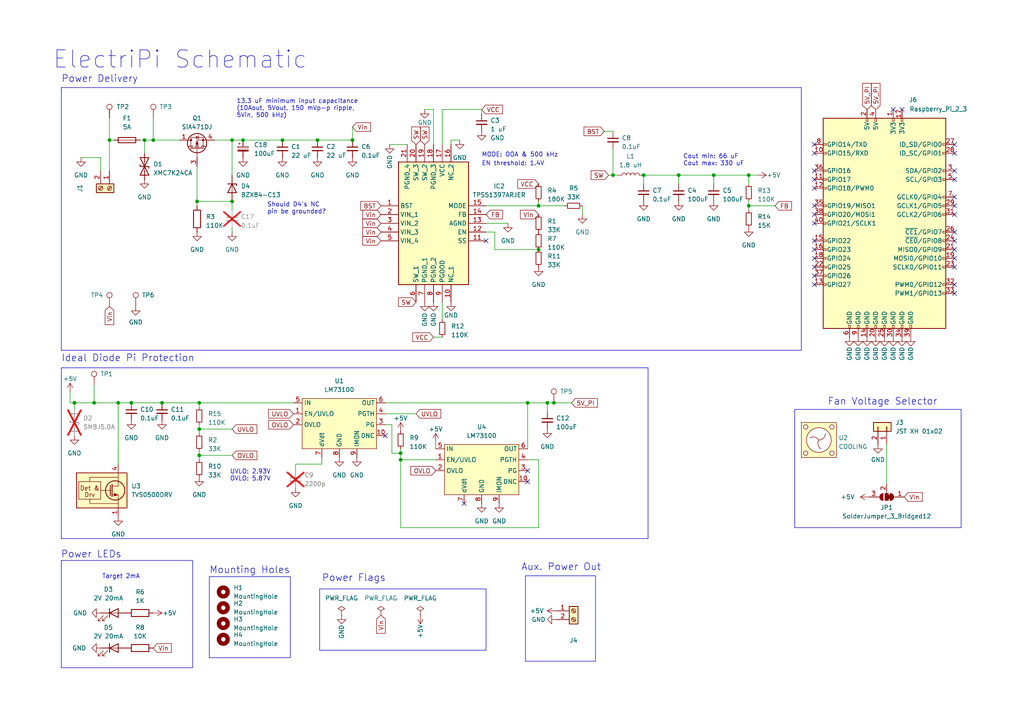
<source format=kicad_sch>
(kicad_sch (version 20230121) (generator eeschema)
  (paper "A4")
  (title_block (title "ElectriPi") (date "2022-07-11") (rev "1.0") (comment 1 "Designed By Sreenivas Eadara") (comment 2 "A Vector 3D Product"))
  (junction (at 67.31 58.42))
  (junction (at 217.17 59.69))
  (junction (at 57.15 58.42))
  (junction (at 27.305 116.84))
  (junction (at 57.785 116.84))
  (junction (at 34.29 116.84))
  (junction (at 217.17 50.8))
  (junction (at 38.1 116.84))
  (junction (at 156.21 59.69))
  (junction (at 41.91 40.64))
  (junction (at 67.31 40.64))
  (junction (at 186.69 50.8))
  (junction (at 46.99 116.84))
  (junction (at 31.75 40.64))
  (junction (at 116.205 133.35))
  (junction (at 92.075 40.64))
  (junction (at 160.655 116.84))
  (junction (at 158.75 116.84))
  (junction (at 70.485 40.64))
  (junction (at 102.235 40.64))
  (junction (at 44.45 40.64))
  (junction (at 81.915 40.64))
  (junction (at 116.205 131.445))
  (junction (at 153.035 116.84))
  (junction (at 21.59 116.84))
  (junction (at 156.21 72.39))
  (junction (at 177.8 50.8))
  (junction (at 196.85 50.8))
  (junction (at 57.785 132.08))
  (junction (at 57.785 124.46))
  (junction (at 207.01 50.8))
  (no_connect (at 259.08 31.75))
  (no_connect (at 276.86 41.91))
  (no_connect (at 276.86 44.45))
  (no_connect (at 111.76 126.365))
  (no_connect (at 134.62 146.05))
  (no_connect (at 153.035 136.525))
  (no_connect (at 236.22 82.55))
  (no_connect (at 236.22 74.93))
  (no_connect (at 236.22 72.39))
  (no_connect (at 236.22 77.47))
  (no_connect (at 236.22 80.01))
  (no_connect (at 236.22 64.77))
  (no_connect (at 236.22 59.69))
  (no_connect (at 236.22 69.85))
  (no_connect (at 236.22 62.23))
  (no_connect (at 236.22 54.61))
  (no_connect (at 276.86 85.09))
  (no_connect (at 276.86 59.69))
  (no_connect (at 276.86 62.23))
  (no_connect (at 276.86 57.15))
  (no_connect (at 276.86 82.55))
  (no_connect (at 276.86 67.31))
  (no_connect (at 236.22 49.53))
  (no_connect (at 236.22 52.07))
  (no_connect (at 153.035 139.7))
  (no_connect (at 276.86 69.85))
  (no_connect (at 276.86 72.39))
  (no_connect (at 276.86 74.93))
  (no_connect (at 276.86 77.47))
  (no_connect (at 236.22 41.91))
  (no_connect (at 236.22 44.45))
  (no_connect (at 261.62 31.75))
  (no_connect (at 276.86 49.53))
  (no_connect (at 276.86 52.07))
  (no_connect (at 140.97 69.85))
  (wire (pts (xy 156.21 58.42) (xy 156.21 59.69)))
  (wire (pts (xy 116.205 131.445) (xy 116.205 133.35)))
  (wire (pts (xy 217.17 53.34) (xy 217.17 50.8)))
  (wire (pts (xy 27.305 116.84) (xy 34.29 116.84)))
  (wire (pts (xy 57.785 132.08) (xy 67.31 132.08)))
  (polyline (pts (xy 60.706 167.259) (xy 84.201 167.259)))
  (wire (pts (xy 125.73 31.75) (xy 125.73 41.91)))
  (wire (pts (xy 158.75 116.84) (xy 160.655 116.84)))
  (wire (pts (xy 67.31 40.64) (xy 70.485 40.64)))
  (polyline (pts (xy 152.4 167.005) (xy 152.4 191.77)))
  (wire (pts (xy 196.85 50.8) (xy 207.01 50.8)))
  (wire (pts (xy 116.205 130.175) (xy 116.205 131.445)))
  (wire (pts (xy 147.32 64.77) (xy 140.97 64.77)))
  (wire (pts (xy 21.59 118.745) (xy 21.59 116.84)))
  (wire (pts (xy 140.97 59.69) (xy 156.21 59.69)))
  (wire (pts (xy 186.69 50.8) (xy 186.69 53.34)))
  (wire (pts (xy 160.655 116.84) (xy 165.735 116.84)))
  (wire (pts (xy 57.785 116.84) (xy 85.09 116.84)))
  (wire (pts (xy 85.725 134.62) (xy 93.345 134.62)))
  (wire (pts (xy 81.915 40.64) (xy 92.075 40.64)))
  (wire (pts (xy 177.8 50.8) (xy 179.07 50.8)))
  (wire (pts (xy 31.75 40.64) (xy 31.75 49.53)))
  (wire (pts (xy 111.76 116.84) (xy 153.035 116.84)))
  (polyline (pts (xy 17.78 25.4) (xy 232.41 25.4)))
  (wire (pts (xy 67.31 40.64) (xy 67.31 50.8)))
  (wire (pts (xy 41.91 40.64) (xy 41.91 44.45)))
  (wire (pts (xy 57.15 58.42) (xy 57.15 48.26)))
  (wire (pts (xy 176.53 50.8) (xy 177.8 50.8)))
  (wire (pts (xy 163.83 59.69) (xy 156.21 59.69)))
  (polyline (pts (xy 55.88 193.675) (xy 55.88 162.56)))
  (wire (pts (xy 57.15 58.42) (xy 57.15 59.69)))
  (polyline (pts (xy 17.78 106.68) (xy 187.96 106.68)))
  (polyline (pts (xy 92.71 170.815) (xy 140.97 170.815)))
  (wire (pts (xy 113.665 123.19) (xy 111.76 123.19)))
  (wire (pts (xy 57.785 124.46) (xy 57.785 125.73)))
  (polyline (pts (xy 17.78 193.675) (xy 55.88 193.675)))
  (polyline (pts (xy 232.41 101.6) (xy 17.78 101.6)))
  (polyline (pts (xy 278.765 153.035) (xy 230.505 153.035)))
  (wire (pts (xy 44.45 34.29) (xy 44.45 40.64)))
  (wire (pts (xy 116.205 133.35) (xy 116.205 153.035)))
  (wire (pts (xy 128.27 31.75) (xy 139.7 31.75)))
  (wire (pts (xy 21.59 116.84) (xy 20.32 116.84)))
  (wire (pts (xy 57.785 124.46) (xy 67.31 124.46)))
  (wire (pts (xy 128.27 31.75) (xy 128.27 41.91)))
  (wire (pts (xy 20.32 113.665) (xy 20.32 116.84)))
  (wire (pts (xy 177.8 43.18) (xy 177.8 50.8)))
  (polyline (pts (xy 278.765 118.745) (xy 278.765 153.035)))
  (polyline (pts (xy 17.78 25.4) (xy 17.78 101.6)))
  (wire (pts (xy 153.035 116.84) (xy 153.035 130.175)))
  (wire (pts (xy 168.91 62.23) (xy 168.91 59.69)))
  (wire (pts (xy 40.64 40.64) (xy 41.91 40.64)))
  (wire (pts (xy 207.01 50.8) (xy 207.01 53.34)))
  (wire (pts (xy 92.075 40.64) (xy 102.235 40.64)))
  (wire (pts (xy 196.85 50.8) (xy 196.85 53.34)))
  (wire (pts (xy 153.035 116.84) (xy 158.75 116.84)))
  (wire (pts (xy 85.725 136.525) (xy 85.725 134.62)))
  (wire (pts (xy 120.65 120.015) (xy 111.76 120.015)))
  (polyline (pts (xy 17.78 162.56) (xy 55.88 162.56)))
  (wire (pts (xy 175.26 38.1) (xy 177.8 38.1)))
  (wire (pts (xy 23.495 45.72) (xy 29.21 45.72)))
  (polyline (pts (xy 187.96 156.21) (xy 17.78 156.21)))
  (wire (pts (xy 186.69 50.8) (xy 196.85 50.8)))
  (wire (pts (xy 57.785 130.81) (xy 57.785 132.08)))
  (wire (pts (xy 57.785 132.08) (xy 57.785 133.35)))
  (polyline (pts (xy 232.41 25.4) (xy 232.41 101.6)))
  (wire (pts (xy 57.15 58.42) (xy 67.31 58.42)))
  (polyline (pts (xy 152.4 167.005) (xy 172.72 167.005)))
  (wire (pts (xy 143.51 72.39) (xy 143.51 67.31)))
  (polyline (pts (xy 17.78 162.56) (xy 17.78 193.675)))
  (wire (pts (xy 125.73 97.79) (xy 128.27 97.79)))
  (polyline (pts (xy 60.706 167.259) (xy 60.706 190.754)))
  (polyline (pts (xy 84.201 167.259) (xy 84.201 190.754)))
  (wire (pts (xy 21.59 116.84) (xy 27.305 116.84)))
  (wire (pts (xy 139.7 31.75) (xy 139.7 33.02)))
  (polyline (pts (xy 187.96 106.68) (xy 187.96 156.21)))
  (wire (pts (xy 128.27 92.71) (xy 128.27 87.63)))
  (wire (pts (xy 113.665 131.445) (xy 113.665 123.19)))
  (polyline (pts (xy 140.97 188.595) (xy 92.71 188.595)))
  (wire (pts (xy 113.665 131.445) (xy 116.205 131.445)))
  (wire (pts (xy 133.35 40.64) (xy 130.81 40.64)))
  (wire (pts (xy 113.03 41.91) (xy 118.11 41.91)))
  (wire (pts (xy 116.205 133.35) (xy 126.365 133.35)))
  (wire (pts (xy 257.175 128.905) (xy 257.175 140.335)))
  (wire (pts (xy 57.785 123.19) (xy 57.785 124.46)))
  (wire (pts (xy 31.75 34.29) (xy 31.75 40.64)))
  (polyline (pts (xy 92.71 170.815) (xy 92.71 188.595)))
  (wire (pts (xy 70.485 40.64) (xy 81.915 40.64)))
  (wire (pts (xy 156.21 133.35) (xy 156.21 153.035)))
  (polyline (pts (xy 172.72 191.77) (xy 152.4 191.77)))
  (wire (pts (xy 217.17 50.8) (xy 219.71 50.8)))
  (wire (pts (xy 217.17 59.69) (xy 217.17 60.96)))
  (wire (pts (xy 125.73 31.75) (xy 123.19 31.75)))
  (wire (pts (xy 207.01 50.8) (xy 217.17 50.8)))
  (wire (pts (xy 34.29 116.84) (xy 34.29 134.62)))
  (wire (pts (xy 116.205 153.035) (xy 156.21 153.035)))
  (polyline (pts (xy 172.72 167.005) (xy 172.72 191.77)))
  (wire (pts (xy 217.17 58.42) (xy 217.17 59.69)))
  (wire (pts (xy 67.31 67.31) (xy 67.31 66.04)))
  (wire (pts (xy 46.99 116.84) (xy 57.785 116.84)))
  (wire (pts (xy 41.91 40.64) (xy 44.45 40.64)))
  (polyline (pts (xy 17.78 106.68) (xy 17.78 156.21)))
  (wire (pts (xy 62.23 40.64) (xy 67.31 40.64)))
  (wire (pts (xy 27.305 111.76) (xy 27.305 116.84)))
  (wire (pts (xy 93.345 134.62) (xy 93.345 132.715)))
  (polyline (pts (xy 84.201 190.754) (xy 60.706 190.754)))
  (wire (pts (xy 158.75 119.38) (xy 158.75 116.84)))
  (wire (pts (xy 126.365 130.175) (xy 126.365 128.27)))
  (wire (pts (xy 57.785 118.11) (xy 57.785 116.84)))
  (wire (pts (xy 34.29 116.84) (xy 38.1 116.84)))
  (wire (pts (xy 44.45 40.64) (xy 52.07 40.64)))
  (wire (pts (xy 143.51 72.39) (xy 156.21 72.39)))
  (polyline (pts (xy 230.505 118.745) (xy 230.505 153.035)))
  (wire (pts (xy 67.31 58.42) (xy 67.31 60.96)))
  (wire (pts (xy 29.21 45.72) (xy 29.21 49.53)))
  (wire (pts (xy 130.81 40.64) (xy 130.81 41.91)))
  (wire (pts (xy 224.79 59.69) (xy 217.17 59.69)))
  (wire (pts (xy 38.1 116.84) (xy 46.99 116.84)))
  (wire (pts (xy 33.02 40.64) (xy 31.75 40.64)))
  (polyline (pts (xy 230.505 118.745) (xy 278.765 118.745)))
  (wire (pts (xy 156.21 133.35) (xy 153.035 133.35)))
  (polyline (pts (xy 140.97 170.815) (xy 140.97 188.595)))
  (wire (pts (xy 143.51 67.31) (xy 140.97 67.31)))
  (wire (pts (xy 102.235 36.83) (xy 102.235 40.64)))
  (text "Ideal Diode Pi Protection" (at 17.78 105.156 0) (effects (font (size 2 2)) (justify left bottom)))
  (text "Mounting Holes" (at 60.706 166.624 0) (effects (font (size 2 2)) (justify left bottom)))
  (text "Target 2mA" (at 29.591 168.021 0) (effects (font (size 1.27 1.27)) (justify left bottom)))
  (text "MODE: OOA & 500 kHz" (at 139.7 45.72 0) (effects (font (size 1.27 1.27)) (justify left bottom)))
  (text "Fan Voltage Selector" (at 240.03 117.729 0) (effects (font (size 2 2)) (justify left bottom)))
  (text "Cout min: 66 uF\nCout max: 330 uF" (at 198.12 48.26 0) (effects (font (size 1.27 1.27)) (justify left bottom)))
  (text "ElectriPi Schematic" (at 15.24 20.32 0) (effects (font (size 5 5)) (justify left bottom)))
  (text "13.3 uF minimum input capacitance\n(10Aout, 5Vout, 150 mVp-p ripple,\n5Vin, 500 kHz)" (at 68.58 34.29 0) (effects (font (size 1.27 1.27)) (justify left bottom)))
  (text "EN threshold: 1.4V" (at 139.7 48.26 0) (effects (font (size 1.27 1.27)) (justify left bottom)))
  (text "Should D4's NC\npin be grounded?" (at 77.47 62.23 0) (effects (font (size 1.27 1.27)) (justify left bottom)))
  (text "Aux. Power Out" (at 151.13 165.735 0) (effects (font (size 2 2)) (justify left bottom)))
  (text "Power Flags" (at 93.345 168.91 0) (effects (font (size 2 2)) (justify left bottom)))
  (text "Power LEDs" (at 17.653 162.052 0) (effects (font (size 2 2)) (justify left bottom)))
  (text "UVLO: 2.93V\nOVLO: 5.87V" (at 66.675 139.7 0) (effects (font (size 1.27 1.27)) (justify left bottom)))
  (text "Power Delivery" (at 17.78 24.13 0) (effects (font (size 2 2)) (justify left bottom)))
  (global_label "Vin" (shape input) (at 110.49 69.85 180) (property "Intersheetrefs" "${INTERSHEET_REFS}" (effects hide)))
  (global_label "OVLO" (shape input) (at 85.09 123.19 180) (property "Intersheetrefs" "${INTERSHEET_REFS}" (effects hide)))
  (global_label "SW" (shape input) (at 176.53 50.8 180) (property "Intersheetrefs" "${INTERSHEET_REFS}" (effects hide)))
  (global_label "VCC" (shape input) (at 139.7 31.75 0) (property "Intersheetrefs" "${INTERSHEET_REFS}" (effects hide)))
  (global_label "Vin" (shape input) (at 110.49 64.77 180) (property "Intersheetrefs" "${INTERSHEET_REFS}" (effects hide)))
  (global_label "UVLO" (shape input) (at 120.65 120.015 0) (property "Intersheetrefs" "${INTERSHEET_REFS}" (effects hide)))
  (global_label "5V_PI" (shape input) (at 251.46 31.75 90) (property "Intersheetrefs" "${INTERSHEET_REFS}" (effects hide)))
  (global_label "5V_PI" (shape input) (at 165.735 116.84 0) (property "Intersheetrefs" "${INTERSHEET_REFS}" (effects hide)))
  (global_label "Vin" (shape input) (at 110.49 178.435 270) (property "Intersheetrefs" "${INTERSHEET_REFS}" (effects hide)))
  (global_label "SW" (shape input) (at 120.65 41.91 90) (property "Intersheetrefs" "${INTERSHEET_REFS}" (effects hide)))
  (global_label "UVLO" (shape input) (at 85.09 120.015 180) (property "Intersheetrefs" "${INTERSHEET_REFS}" (effects hide)))
  (global_label "Vin" (shape input) (at 110.49 67.31 180) (property "Intersheetrefs" "${INTERSHEET_REFS}" (effects hide)))
  (global_label "OVLO" (shape input) (at 126.365 136.525 180) (property "Intersheetrefs" "${INTERSHEET_REFS}" (effects hide)))
  (global_label "5V_PI" (shape input) (at 254 31.75 90) (property "Intersheetrefs" "${INTERSHEET_REFS}" (effects hide)))
  (global_label "VCC" (shape input) (at 125.73 97.79 180) (property "Intersheetrefs" "${INTERSHEET_REFS}" (effects hide)))
  (global_label "UVLO" (shape input) (at 67.31 124.46 0) (property "Intersheetrefs" "${INTERSHEET_REFS}" (effects hide)))
  (global_label "Vin" (shape input) (at 262.255 144.145 0) (property "Intersheetrefs" "${INTERSHEET_REFS}" (effects hide)))
  (global_label "FB" (shape input) (at 224.79 59.69 0) (property "Intersheetrefs" "${INTERSHEET_REFS}" (effects hide)))
  (global_label "VCC" (shape input) (at 156.21 53.34 180) (property "Intersheetrefs" "${INTERSHEET_REFS}" (effects hide)))
  (global_label "Vin" (shape input) (at 156.21 62.23 180) (property "Intersheetrefs" "${INTERSHEET_REFS}" (effects hide)))
  (global_label "SW" (shape input) (at 123.19 41.91 90) (property "Intersheetrefs" "${INTERSHEET_REFS}" (effects hide)))
  (global_label "Vin" (shape input) (at 110.49 62.23 180) (property "Intersheetrefs" "${INTERSHEET_REFS}" (effects hide)))
  (global_label "BST" (shape input) (at 110.49 59.69 180) (property "Intersheetrefs" "${INTERSHEET_REFS}" (effects hide)))
  (global_label "Vin" (shape input) (at 31.75 88.9 270) (property "Intersheetrefs" "${INTERSHEET_REFS}" (effects hide)))
  (global_label "OVLO" (shape input) (at 67.31 132.08 0) (property "Intersheetrefs" "${INTERSHEET_REFS}" (effects hide)))
  (global_label "BST" (shape input) (at 175.26 38.1 180) (property "Intersheetrefs" "${INTERSHEET_REFS}" (effects hide)))
  (global_label "SW" (shape input) (at 120.65 87.63 180) (property "Intersheetrefs" "${INTERSHEET_REFS}" (effects hide)))
  (global_label "Vin" (shape input) (at 102.235 36.83 0) (property "Intersheetrefs" "${INTERSHEET_REFS}" (effects hide)))
  (global_label "Vin" (shape input) (at 44.45 187.96 0) (property "Intersheetrefs" "${INTERSHEET_REFS}" (effects hide)))
  (global_label "FB" (shape input) (at 140.97 62.23 0) (property "Intersheetrefs" "${INTERSHEET_REFS}" (effects hide)))
  (symbol (lib_id "Connector:TestPoint") (at 44.45 34.29 0) (unit 1) (in_bom no)
    (property "Reference" "TP3" (at 46.228 30.9879 0) (effects (justify left)))
    (property "Value" "TestPoint" (effects hide))
    (property "Footprint" "TestPoint:TestPoint_Pad_D1.5mm" (effects hide))
  )
  (symbol (lib_id "power:GND") (at 217.17 66.04 0) (unit 1)
    (property "Reference" "#PWR035" (effects hide))
    (property "Value" "GND" (at 217.17 71.12 0))
  )
  (symbol (lib_id "Device:C_Small") (at 102.235 43.18 0) (unit 1)
    (property "Reference" "C6" (at 104.775 42.5513 0) (effects (justify left)))
    (property "Value" "0.1uF" (at 104.775 45.0913 0) (effects (justify left)))
    (property "Footprint" "Capacitor_SMD:C_0402_1005Metric" (effects hide))
    (property "Mouser" "81-GRM155R62A104KE4J" (effects hide))
    (property "LCSC" "C2193622" (effects hide))
    (property "DigiKey" "490-GRM155R62A104KE14JTR-ND" (effects hide))
  )
  (symbol (lib_id "power:GND") (at 103.505 132.715 0) (unit 1)
    (property "Reference" "#PWR09" (effects hide))
    (property "Value" "GND" (at 103.505 137.795 0))
  )
  (symbol (lib_id "power:GND") (at 254 97.79 0) (unit 1)
    (property "Reference" "#PWR022" (effects hide))
    (property "Value" "GND" (at 254 102.616 90))
  )
  (symbol (lib_id "power:GND") (at 81.915 45.72 0) (unit 1)
    (property "Reference" "#PWR030" (effects hide))
    (property "Value" "GND" (at 81.915 50.8 0))
  )
  (symbol (lib_id "Device:LED") (at 33.02 177.8 0) (unit 1)
    (property "Reference" "D3" (at 31.4325 170.942 0))
    (property "Value" "2V 20mA" (at 31.4325 173.482 0))
    (property "Footprint" "LED_SMD:LED_0603_1608Metric" (effects hide))
    (property "LCSC" "C72038" (effects hide))
    (property "DigiKey" "475-LOQ976-PS-25-0-20-R18TR-ND" (effects hide))
    (property "Mouser" "720-LOQ976-PS-25" (effects hide))
  )
  (symbol (lib_id "Mechanical:MountingHole") (at 64.77 185.42 0) (unit 1) (in_bom no)
    (property "Reference" "H4" (at 67.691 184.1499 0) (effects (justify left)))
    (property "Value" "MountingHole" (at 67.691 186.6899 0) (effects (justify left)))
    (property "Footprint" "MountingHole:MountingHole_2.7mm_M2.5_DIN965_Pad" (effects hide))
  )
  (symbol (lib_name "TPS51397ARJER_1") (lib_id "TPS51397ARJER:TPS51397ARJER") (at 110.49 59.69 0) (unit 1)
    (property "Reference" "IC2" (at 144.78 54.0003 0))
    (property "Value" "TPS51397ARJER" (at 144.78 56.5403 0))
    (property "Footprint" "Package_DFN_QFN:QFN-20-1EP_3x3mm_P0.45mm_EP1.6x1.6mm_ThermalVias" (effects hide))
    (property "Datasheet" "https://www.ti.com/lit/gpn/tps51397a?HQS=ti-null-null-sf-df-pf-sep-wwe&DCM=yes" (effects hide))
    (property "LCSC" "C1518754" (effects hide))
    (property "DigiKey" "296-TPS51397ARJERTR-ND" (effects hide))
    (property "Mouser" "595-TPS51397ARJER" (effects hide))
  )
  (symbol (lib_id "power:GND") (at 41.91 52.07 0) (unit 1)
    (property "Reference" "#PWR018" (effects hide))
    (property "Value" "GND" (at 41.91 57.15 0))
  )
  (symbol (lib_id "power:GND") (at 113.03 41.91 0) (unit 1)
    (property "Reference" "#PWR012" (effects hide))
    (property "Value" "GND" (at 113.03 46.99 90))
  )
  (symbol (lib_id "Diode:BZX84Cxx") (at 67.31 54.61 270) (unit 1)
    (property "Reference" "D4" (at 69.85 53.975 90) (effects (justify left)))
    (property "Value" "BZX84-C13" (at 69.85 56.515 90) (effects (justify left)))
    (property "Footprint" "Package_TO_SOT_SMD:SOT-23" (effects hide))
    (property "Datasheet" "https://www.mouser.com/datasheet/2/916/BZX84_SER-1360291.pdf" (effects hide))
    (property "Mouser" "771-BZX84-C13-T/R" (effects hide))
    (property "LCSC" "C87090" (effects hide))
    (property "DigiKey" "BZX84C13-FDITR-ND" (effects hide))
  )
  (symbol (lib_id "Device:C_Small") (at 85.725 139.065 0) (unit 1) (in_bom no) (dnp yes)
    (property "Reference" "C9" (at 88.265 137.8013 0) (effects (justify left)))
    (property "Value" "2200p" (at 88.265 140.3413 0) (effects (justify left)))
    (property "Footprint" "Capacitor_SMD:C_0402_1005Metric" (effects hide))
    (property "DigiKey" "490-GCM155R71H222KA37JTR-ND" (effects hide))
    (property "Mouser" "81-GCM155R71H222K37D" (effects hide))
    (property "LCSC" "C126534" (effects hide))
  )
  (symbol (lib_id "Connector_Generic:Conn_01x02") (at 257.175 123.825 270) (mirror x) (unit 1) (in_bom no)
    (property "Reference" "J3" (at 259.715 122.5549 90) (effects (justify left)))
    (property "Value" "JST XH 01x02" (at 259.715 125.0949 90) (effects (justify left)))
    (property "Footprint" "Connector_JST:JST_XH_B2B-XH-A_1x02_P2.50mm_Vertical" (effects hide))
    (property "LCSC" "C24193" (effects hide))
    (property "DigiKey" "455-B2B-XH-A-ND" (effects hide))
  )
  (symbol (lib_id "power:GND") (at 246.38 97.79 0) (unit 1)
    (property "Reference" "#PWR019" (effects hide))
    (property "Value" "GND" (at 246.38 102.616 90))
  )
  (symbol (lib_id "Device:C_Small") (at 186.69 55.88 0) (unit 1)
    (property "Reference" "C7" (at 189.23 55.2513 0) (effects (justify left)))
    (property "Value" "0.1uF" (at 189.23 57.7913 0) (effects (justify left)))
    (property "Footprint" "Capacitor_SMD:C_0402_1005Metric" (effects hide))
    (property "Mouser" "81-GRM155R62A104KE4J" (effects hide))
    (property "LCSC" "C2193622" (effects hide))
    (property "DigiKey" "490-GRM155R62A104KE14JTR-ND" (effects hide))
  )
  (symbol (lib_id "LM7310:LM73100") (at 139.7 133.35 0) (unit 1)
    (property "Reference" "U4" (at 139.7 123.825 0))
    (property "Value" "LM73100" (at 139.7 126.365 0))
    (property "Footprint" "RPW0010A:Texas_VQFN-HR-10_2x2mm_P0.475mm" (effects hide))
    (property "Datasheet" "https://www.ti.com/lit/ds/symlink/lm7310.pdf" (effects hide))
    (property "DigiKey" "296-LM73100RPWRTR-ND" (effects hide))
    (property "Mouser" "595-LM73100RPWR" (effects hide))
    (property "LCSC" "C3210761" (effects hide))
  )
  (symbol (lib_id "power:GND") (at 70.485 45.72 0) (unit 1)
    (property "Reference" "#PWR055" (effects hide))
    (property "Value" "GND" (at 70.485 50.8 0))
  )
  (symbol (lib_id "power:PWR_FLAG") (at 121.92 178.435 0) (unit 1)
    (property "Reference" "#FLG03" (effects hide))
    (property "Value" "PWR_FLAG" (at 121.92 173.482 0))
  )
  (symbol (lib_id "Device:C_Small") (at 196.85 55.88 0) (unit 1)
    (property "Reference" "C4" (at 199.39 55.2513 0) (effects (justify left)))
    (property "Value" "100uF" (at 199.39 57.7913 0) (effects (justify left)))
    (property "Footprint" "Capacitor_SMD:C_1206_3216Metric" (effects hide))
    (property "Mouser" "81-GRM31CR61A107MA8L" (effects hide))
    (property "LCSC" "C312983" (effects hide))
    (property "DigiKey" "490-GRM31CR61A107MEA8KTR-ND" (effects hide))
  )
  (symbol (lib_id "power:+5V") (at 161.29 177.165 90) (unit 1)
    (property "Reference" "#PWR043" (effects hide))
    (property "Value" "+5V" (at 155.702 177.165 90))
  )
  (symbol (lib_id "power:+5V") (at 219.71 50.8 270) (unit 1)
    (property "Reference" "#PWR053" (effects hide))
    (property "Value" "+5V" (at 226.441 50.8 90) (effects (justify right)))
  )
  (symbol (lib_id "Device:R_Small") (at 57.785 128.27 0) (unit 1)
    (property "Reference" "R2" (at 60.325 127.635 0) (effects (justify left)))
    (property "Value" "33K" (at 60.325 130.175 0) (effects (justify left)))
    (property "Footprint" "Resistor_SMD:R_0402_1005Metric" (effects hide))
    (property "LCSC" "C323721" (effects hide))
    (property "DigiKey" "CR0402-FX-3302GLFTR-ND" (effects hide))
    (property "Mouser" "652-CR0402FX-3302GLF" (effects hide))
  )
  (symbol (lib_id "Device:R_Small") (at 156.21 74.93 0) (unit 1)
    (property "Reference" "R11" (at 158.75 74.295 0) (effects (justify left)))
    (property "Value" "33K" (at 158.75 76.835 0) (effects (justify left)))
    (property "Footprint" "Resistor_SMD:R_0402_1005Metric" (effects hide))
    (property "LCSC" "C323721" (effects hide))
    (property "DigiKey" "CR0402-FX-3302GLFTR-ND" (effects hide))
    (property "Mouser" "652-CR0402FX-3302GLF" (effects hide))
  )
  (symbol (lib_id "Device:C_Small") (at 92.075 43.18 0) (unit 1)
    (property "Reference" "C2" (at 94.615 42.5513 0) (effects (justify left)))
    (property "Value" "22 uF" (at 94.615 45.0913 0) (effects (justify left)))
    (property "Footprint" "Capacitor_SMD:C_0805_2012Metric" (effects hide))
    (property "Mouser" "810-C2012X5R1V226MAC" (effects hide))
    (property "LCSC" "C2179409" (effects hide))
    (property "DigiKey" "445-14428-2-ND" (effects hide))
  )
  (symbol (lib_id "Device:C_Small") (at 139.7 35.56 0) (unit 1)
    (property "Reference" "C3" (at 142.24 34.9313 0) (effects (justify left)))
    (property "Value" "1 uF" (at 142.24 37.4713 0) (effects (justify left)))
    (property "Footprint" "Capacitor_SMD:C_0603_1608Metric" (effects hide))
    (property "LCSC" "C15849" (effects hide))
    (property "DigiKey" "1276-1860-2-ND" (effects hide))
    (property "Mouser" "187-CL10A105KB8NNNC" (effects hide))
  )
  (symbol (lib_id "Device:C_Polarized_Small") (at 70.485 43.18 0) (unit 1)
    (property "Reference" "C18" (at 73.66 41.9989 0) (effects (justify left)))
    (property "Value" "100uF" (at 73.66 44.5389 0) (effects (justify left)))
    (property "Footprint" "Capacitor_SMD:CP_Elec_8x10" (effects hide))
    (property "Mouser" "80-EEV107M050S9MAA" (effects hide))
    (property "LCSC" "C2165366" (effects hide))
    (property "DigiKey" "399-EEV107M050S9MAATR-ND" (effects hide))
  )
  (symbol (lib_id "Device:C_Small") (at 38.1 119.38 0) (unit 1)
    (property "Reference" "C10" (at 40.64 118.7513 0) (effects (justify left)))
    (property "Value" "0.1uF" (at 40.64 121.2913 0) (effects (justify left)))
    (property "Footprint" "Capacitor_SMD:C_0402_1005Metric" (effects hide))
    (property "Mouser" "81-GRM155R62A104KE4J" (effects hide))
    (property "LCSC" "C2193622" (effects hide))
    (property "DigiKey" "490-GRM155R62A104KE14JTR-ND" (effects hide))
  )
  (symbol (lib_id "Connector:TestPoint") (at 27.305 111.76 0) (unit 1) (in_bom no)
    (property "Reference" "TP1" (at 29.083 108.4579 0) (effects (justify left)))
    (property "Value" "TestPoint" (effects hide))
    (property "Footprint" "TestPoint:TestPoint_Pad_D1.5mm" (effects hide))
  )
  (symbol (lib_id "power:GND") (at 158.75 124.46 0) (unit 1)
    (property "Reference" "#PWR08" (effects hide))
    (property "Value" "GND" (at 158.75 129.54 0))
  )
  (symbol (lib_id "Connector:Screw_Terminal_01x02") (at 31.75 54.61 270) (unit 1) (in_bom no)
    (property "Reference" "J1" (at 23.1648 54.61 0))
    (property "Value" "282837-2" (effects hide))
    (property "Footprint" "TerminalBlock:TerminalBlock_bornier-2_P5.08mm" (effects hide))
    (property "LCSC" "C592976" (effects hide))
    (property "DigiKey" "A113320-ND" (effects hide))
    (property "Mouser" "571-2828372" (effects hide))
  )
  (symbol (lib_id "power:GND") (at 256.54 97.79 0) (unit 1)
    (property "Reference" "#PWR023" (effects hide))
    (property "Value" "GND" (at 256.54 102.616 90))
  )
  (symbol (lib_id "power:GND") (at 39.37 88.9 0) (unit 1)
    (property "Reference" "#PWR010" (effects hide))
    (property "Value" "GND" (at 39.37 93.472 0))
  )
  (symbol (lib_id "Device:C_Small") (at 67.31 63.5 0) (unit 1) (in_bom no) (dnp yes)
    (property "Reference" "C17" (at 69.85 62.8713 0) (effects (justify left)))
    (property "Value" "0.1uF" (at 69.85 65.4113 0) (effects (justify left)))
    (property "Footprint" "Capacitor_SMD:C_0402_1005Metric" (effects hide))
    (property "Mouser" "81-GRM155R62A104KE4J" (effects hide))
    (property "LCSC" "C2193622" (effects hide))
    (property "DigiKey" "490-GRM155R62A104KE14JTR-ND" (effects hide))
  )
  (symbol (lib_id "power:GND") (at 125.73 87.63 0) (unit 1)
    (property "Reference" "#PWR03" (effects hide))
    (property "Value" "GND" (at 125.73 92.71 90))
  )
  (symbol (lib_id "Device:R") (at 40.64 187.96 90) (unit 1)
    (property "Reference" "R8" (at 40.64 181.991 90))
    (property "Value" "10K" (at 40.64 184.531 90))
    (property "Footprint" "Resistor_SMD:R_0402_1005Metric" (effects hide))
    (property "LCSC" "C270371" (effects hide))
    (property "DigiKey" "CR0402-FX-1002GLFTR-ND" (effects hide))
    (property "Mouser" "652-CR0402FX-1002GLF" (effects hide))
  )
  (symbol (lib_id "power:GND") (at 46.99 121.92 0) (unit 1)
    (property "Reference" "#PWR05" (effects hide))
    (property "Value" "GND" (at 46.99 127 0))
  )
  (symbol (lib_id "Connector:TestPoint") (at 160.655 116.84 0) (unit 1) (in_bom no)
    (property "Reference" "TP5" (at 162.433 113.5379 0) (effects (justify left)))
    (property "Value" "TestPoint" (effects hide))
    (property "Footprint" "TestPoint:TestPoint_Pad_D1.5mm" (effects hide))
  )
  (symbol (lib_id "Connector:TestPoint") (at 39.37 88.9 0) (unit 1) (in_bom no)
    (property "Reference" "TP6" (at 41.148 85.598 0) (effects (justify left)))
    (property "Value" "TestPoint" (effects hide))
    (property "Footprint" "TestPoint:TestPoint_Pad_D1.5mm" (effects hide))
  )
  (symbol (lib_id "power:GND") (at 161.29 179.705 270) (unit 1)
    (property "Reference" "#PWR044" (effects hide))
    (property "Value" "GND" (at 156.21 179.705 90))
  )
  (symbol (lib_id "power:GND") (at 98.425 132.715 0) (unit 1)
    (property "Reference" "#PWR014" (effects hide))
    (property "Value" "GND" (at 98.425 137.795 0))
  )
  (symbol (lib_id "Device:R_Small") (at 57.785 120.65 0) (unit 1)
    (property "Reference" "R15" (at 60.325 120.015 0) (effects (justify left)))
    (property "Value" "110K" (at 60.325 122.555 0) (effects (justify left)))
    (property "Footprint" "Resistor_SMD:R_0402_1005Metric" (effects hide))
    (property "LCSC" "C413107" (effects hide))
    (property "DigiKey" "CR0402-FX-1103GLFTR-ND" (effects hide))
    (property "Mouser" "652-CR0402FX-1103GLF" (effects hide))
  )
  (symbol (lib_id "Mechanical:MountingHole") (at 64.77 180.848 0) (unit 1) (in_bom no)
    (property "Reference" "H3" (at 67.691 179.5779 0) (effects (justify left)))
    (property "Value" "MountingHole" (at 67.691 182.1179 0) (effects (justify left)))
    (property "Footprint" "MountingHole:MountingHole_2.7mm_M2.5_DIN965_Pad" (effects hide))
  )
  (symbol (lib_id "power:+5V") (at 252.095 144.145 90) (unit 1)
    (property "Reference" "#PWR06" (effects hide))
    (property "Value" "+5V" (at 247.904 144.1451 90) (effects (justify left)))
  )
  (symbol (lib_id "power:GND") (at 259.08 97.79 0) (unit 1)
    (property "Reference" "#PWR025" (effects hide))
    (property "Value" "GND" (at 259.08 102.616 90))
  )
  (symbol (lib_id "Device:R") (at 57.15 63.5 180) (unit 1)
    (property "Reference" "R3" (at 59.69 62.865 0) (effects (justify right)))
    (property "Value" "110K" (at 59.69 65.405 0) (effects (justify right)))
    (property "Footprint" "Resistor_SMD:R_0402_1005Metric" (effects hide))
    (property "LCSC" "C413107" (effects hide))
    (property "DigiKey" "CR0402-FX-1103GLFTR-ND" (effects hide))
    (property "Mouser" "652-CR0402FX-1103GLF" (effects hide))
  )
  (symbol (lib_id "Device:R_Small") (at 156.21 64.77 180) (unit 1)
    (property "Reference" "R1" (at 158.75 64.135 0) (effects (justify right)))
    (property "Value" "33K" (at 158.75 66.675 0) (effects (justify right)))
    (property "Footprint" "Resistor_SMD:R_0402_1005Metric" (effects hide))
    (property "LCSC" "C323721" (effects hide))
    (property "DigiKey" "CR0402-FX-3302GLFTR-ND" (effects hide))
    (property "Mouser" "652-CR0402FX-3302GLF" (effects hide))
  )
  (symbol (lib_id "power:GND") (at 99.06 178.435 0) (unit 1)
    (property "Reference" "#PWR048" (effects hide))
    (property "Value" "GND" (at 99.06 183.261 90))
  )
  (symbol (lib_id "Mechanical:MountingHole") (at 64.77 176.276 0) (unit 1) (in_bom no)
    (property "Reference" "H2" (at 67.691 175.0059 0) (effects (justify left)))
    (property "Value" "MountingHole" (at 67.691 177.5459 0) (effects (justify left)))
    (property "Footprint" "MountingHole:MountingHole_2.7mm_M2.5_DIN965_Pad" (effects hide))
  )
  (symbol (lib_id "Device:R_Small") (at 156.21 55.88 0) (unit 1)
    (property "Reference" "R4" (at 158.75 55.245 0) (effects (justify left)))
    (property "Value" "180K" (at 158.75 57.785 0) (effects (justify left)))
    (property "Footprint" "Resistor_SMD:R_0402_1005Metric" (effects hide))
    (property "LCSC" "C413110" (effects hide))
    (property "DigiKey" "CR0402-FX-1803GLFTR-ND" (effects hide))
    (property "Mouser" "652-CR0402FX-1803GLF" (effects hide))
  )
  (symbol (lib_id "Device:R_Small") (at 217.17 63.5 0) (unit 1)
    (property "Reference" "R14" (at 219.71 62.865 0) (effects (justify left)))
    (property "Value" "15K" (at 219.71 65.405 0) (effects (justify left)))
    (property "Footprint" "Resistor_SMD:R_0402_1005Metric" (effects hide))
    (property "LCSC" "C319837" (effects hide))
    (property "DigiKey" "CR0402-FX-1502GLFTR-ND" (effects hide))
    (property "Mouser" "652-CR0402FX-1502GLF" (effects hide))
  )
  (symbol (lib_id "power:GND") (at 34.29 149.86 0) (unit 1)
    (property "Reference" "#PWR039" (effects hide))
    (property "Value" "GND" (at 34.29 154.94 0))
  )
  (symbol (lib_id "power:+5V") (at 116.205 125.095 0) (unit 1)
    (property "Reference" "#PWR041" (effects hide))
    (property "Value" "+5V" (at 116.205 121.285 0))
  )
  (symbol (lib_id "power:GND") (at 139.7 146.05 0) (unit 1)
    (property "Reference" "#PWR013" (effects hide))
    (property "Value" "GND" (at 139.7 151.13 0))
  )
  (symbol (lib_id "power:GND") (at 29.21 177.8 270) (unit 1)
    (property "Reference" "#PWR046" (effects hide))
    (property "Value" "GND" (at 25.273 177.7999 90) (effects (justify right)))
  )
  (symbol (lib_id "Device:R_Small") (at 156.21 69.85 0) (unit 1)
    (property "Reference" "R7" (at 158.75 69.215 0) (effects (justify left)))
    (property "Value" "110K" (at 158.75 71.755 0) (effects (justify left)))
    (property "Footprint" "Resistor_SMD:R_0402_1005Metric" (effects hide))
    (property "LCSC" "C413107" (effects hide))
    (property "DigiKey" "CR0402-FX-1103GLFTR-ND" (effects hide))
    (property "Mouser" "652-CR0402FX-1103GLF" (effects hide))
  )
  (symbol (lib_id "power:+5V") (at 44.45 177.8 270) (unit 1)
    (property "Reference" "#PWR036" (effects hide))
    (property "Value" "+5V" (at 51.181 177.8 90) (effects (justify right)))
  )
  (symbol (lib_id "power:PWR_FLAG") (at 99.06 178.435 0) (unit 1)
    (property "Reference" "#FLG01" (effects hide))
    (property "Value" "PWR_FLAG" (at 99.06 173.482 0))
  )
  (symbol (lib_id "power:GND") (at 144.78 146.05 0) (unit 1)
    (property "Reference" "#PWR038" (effects hide))
    (property "Value" "GND" (at 144.78 151.13 0))
  )
  (symbol (lib_id "power:GND") (at 21.59 126.365 0) (unit 1)
    (property "Reference" "#PWR042" (effects hide))
    (property "Value" "GND" (at 21.59 131.445 0))
  )
  (symbol (lib_id "power:GND") (at 38.1 121.92 0) (unit 1)
    (property "Reference" "#PWR040" (effects hide))
    (property "Value" "GND" (at 38.1 127 0))
  )
  (symbol (lib_id "power:PWR_FLAG") (at 110.49 178.435 0) (unit 1)
    (property "Reference" "#FLG02" (effects hide))
    (property "Value" "PWR_FLAG" (at 110.49 173.482 0))
  )
  (symbol (lib_id "power:GND") (at 23.495 45.72 0) (unit 1)
    (property "Reference" "#PWR01" (effects hide))
    (property "Value" "GND" (at 23.495 50.8 0))
  )
  (symbol (lib_id "Transistor_FET:SiA449DJ") (at 57.15 43.18 90) (unit 1)
    (property "Reference" "Q1" (at 57.15 34.29 90))
    (property "Value" "SiA471DJ" (at 57.15 36.83 90))
    (property "Footprint" "Package_TO_SOT_SMD:Vishay_PowerPAK_SC70-6L_Single" (effects hide))
    (property "Datasheet" "http://www.vishay.com/docs/62644/sia449dj.pdf" (effects hide))
    (property "Mouser" "78-SIA471DJ-T1-GE3" (effects hide))
    (property "LCSC" "C5918946" (effects hide))
    (property "DigiKey" "SIA471DJ-T1-GE3TR-ND" (effects hide))
  )
  (symbol (lib_id "power:GND") (at 85.725 141.605 0) (unit 1)
    (property "Reference" "#PWR047" (effects hide))
    (property "Value" "GND" (at 85.725 146.685 0))
  )
  (symbol (lib_id "Device:R") (at 40.64 177.8 90) (unit 1)
    (property "Reference" "R6" (at 40.64 171.704 90))
    (property "Value" "1K" (at 40.64 174.244 90))
    (property "Footprint" "Resistor_SMD:R_0402_1005Metric" (effects hide))
    (property "LCSC" "C409028" (effects hide))
    (property "DigiKey" "311-1.00KLRTR-ND" (effects hide))
    (property "Mouser" "603-RC0402FR-071KL" (effects hide))
  )
  (symbol (lib_id "Device:R_Small") (at 166.37 59.69 90) (unit 1)
    (property "Reference" "R5" (at 166.37 54.61 90))
    (property "Value" "33K" (at 166.37 57.15 90))
    (property "Footprint" "Resistor_SMD:R_0402_1005Metric" (effects hide))
    (property "LCSC" "C323721" (effects hide))
    (property "DigiKey" "CR0402-FX-3302GLFTR-ND" (effects hide))
    (property "Mouser" "652-CR0402FX-3302GLF" (effects hide))
  )
  (symbol (lib_id "Connector:Screw_Terminal_01x02") (at 166.37 177.165 0) (unit 1) (in_bom no)
    (property "Reference" "J4" (at 166.37 185.7502 0))
    (property "Value" "282837-2" (effects hide))
    (property "Footprint" "TerminalBlock:TerminalBlock_bornier-2_P5.08mm" (effects hide))
    (property "LCSC" "C592976" (effects hide))
    (property "DigiKey" "A113320-ND" (effects hide))
    (property "Mouser" "571-2828372" (effects hide))
  )
  (symbol (lib_id "power:GND") (at 168.91 62.23 0) (unit 1)
    (property "Reference" "#PWR031" (effects hide))
    (property "Value" "GND" (at 168.91 67.31 0))
  )
  (symbol (lib_id "Device:R_Small") (at 57.785 135.89 0) (unit 1)
    (property "Reference" "R10" (at 60.325 135.255 0) (effects (justify left)))
    (property "Value" "33K" (at 60.325 137.795 0) (effects (justify left)))
    (property "Footprint" "Resistor_SMD:R_0402_1005Metric" (effects hide))
    (property "LCSC" "C323721" (effects hide))
    (property "DigiKey" "CR0402-FX-3302GLFTR-ND" (effects hide))
    (property "Mouser" "652-CR0402FX-3302GLF" (effects hide))
  )
  (symbol (lib_id "Device:C_Small") (at 46.99 119.38 0) (unit 1)
    (property "Reference" "C11" (at 49.53 118.7513 0) (effects (justify left)))
    (property "Value" "0.1uF" (at 49.53 121.2913 0) (effects (justify left)))
    (property "Footprint" "Capacitor_SMD:C_0402_1005Metric" (effects hide))
    (property "Mouser" "81-GRM155R62A104KE4J" (effects hide))
    (property "LCSC" "C2193622" (effects hide))
    (property "DigiKey" "490-GRM155R62A104KE14JTR-ND" (effects hide))
  )
  (symbol (lib_id "power:GND") (at 123.19 31.75 0) (unit 1)
    (property "Reference" "#PWR015" (effects hide))
    (property "Value" "GND" (at 123.19 35.56 0))
  )
  (symbol (lib_id "Device:R_Small") (at 217.17 55.88 0) (unit 1)
    (property "Reference" "R13" (at 219.71 55.245 0) (effects (justify left)))
    (property "Value" "110K" (at 219.71 57.785 0) (effects (justify left)))
    (property "Footprint" "Resistor_SMD:R_0402_1005Metric" (effects hide))
    (property "LCSC" "C413107" (effects hide))
    (property "DigiKey" "CR0402-FX-1103GLFTR-ND" (effects hide))
    (property "Mouser" "652-CR0402FX-1103GLF" (effects hide))
  )
  (symbol (lib_id "power:+5V") (at 126.365 128.27 0) (unit 1)
    (property "Reference" "#PWR045" (effects hide))
    (property "Value" "+5V" (at 126.365 124.46 0))
  )
  (symbol (lib_id "Device:Fuse") (at 36.83 40.64 90) (unit 1) (in_bom no)
    (property "Reference" "F1" (at 36.83 34.29 90))
    (property "Value" "5A" (at 36.83 36.83 90))
    (property "Footprint" "Fuse:Fuseholder_Blade_Mini_Keystone_3557" (effects hide))
    (property "LCSC" "C352820" (effects hide))
    (property "DigiKey" "36-3557-2-ND" (effects hide))
    (property "Mouser" "534-3557-2" (effects hide))
  )
  (symbol (lib_id "power:GND") (at 139.7 38.1 0) (unit 1)
    (property "Reference" "#PWR024" (effects hide))
    (property "Value" "GND" (at 142.24 40.005 0) (effects (justify left)))
  )
  (symbol (lib_id "power:GND") (at 67.31 67.31 0) (unit 1)
    (property "Reference" "#PWR011" (effects hide))
    (property "Value" "GND" (at 67.31 72.39 0))
  )
  (symbol (lib_id "Jumper:SolderJumper_3_Bridged12") (at 257.175 144.145 180) (unit 1) (in_bom no)
    (property "Reference" "JP1" (at 257.175 147.193 0))
    (property "Value" "SolderJumper_3_Bridged12" (at 257.175 149.733 0))
    (property "Footprint" "Jumper:SolderJumper-3_P1.3mm_Bridged2Bar12_RoundedPad1.0x1.5mm" (effects hide))
  )
  (symbol (lib_id "Device:D_TVS") (at 21.59 122.555 90) (unit 1) (in_bom no) (dnp yes)
    (property "Reference" "D2" (at 24.13 121.285 90) (effects (justify right)))
    (property "Value" "SMBJ5.0A" (at 24.13 123.825 90) (effects (justify right)))
    (property "Footprint" "Diode_SMD:D_SMB" (effects hide))
    (property "Datasheet" "https://www.mouser.com/datasheet/2/240/media-3319099.pdf" (effects hide))
    (property "DigiKey" "SMBJ5.0ALFTR-ND" (effects hide))
    (property "Mouser" "576-SMBJ5.0A" (effects hide))
    (property "LCSC" "C83333" (effects hide))
  )
  (symbol (lib_id "power:GND") (at 248.92 97.79 0) (unit 1)
    (property "Reference" "#PWR020" (effects hide))
    (property "Value" "GND" (at 248.92 102.616 90))
  )
  (symbol (lib_id "Device:LED") (at 33.02 187.96 0) (unit 1)
    (property "Reference" "D5" (at 31.4325 181.991 0))
    (property "Value" "2V 20mA" (at 31.4325 184.531 0))
    (property "Footprint" "LED_SMD:LED_0603_1608Metric" (effects hide))
    (property "LCSC" "C72038" (effects hide))
    (property "DigiKey" "475-LOQ976-PS-25-0-20-R18TR-ND" (effects hide))
    (property "Mouser" "720-LOQ976-PS-25" (effects hide))
  )
  (symbol (lib_id "power:GND") (at 254.635 128.905 0) (unit 1)
    (property "Reference" "#PWR07" (effects hide))
    (property "Value" "GND" (at 254.635 133.35 0))
  )
  (symbol (lib_id "power:GND") (at 57.15 67.31 0) (unit 1)
    (property "Reference" "#PWR02" (effects hide))
    (property "Value" "GND" (at 57.15 72.39 0))
  )
  (symbol (lib_id "power:GND") (at 264.16 97.79 0) (unit 1)
    (property "Reference" "#PWR028" (effects hide))
    (property "Value" "GND" (at 264.16 102.616 90))
  )
  (symbol (lib_id "power:GND") (at 196.85 58.42 0) (unit 1)
    (property "Reference" "#PWR052" (effects hide))
    (property "Value" "GND" (at 196.85 63.5 0))
  )
  (symbol (lib_id "power:GND") (at 102.235 45.72 0) (unit 1)
    (property "Reference" "#PWR034" (effects hide))
    (property "Value" "GND" (at 102.235 50.8 0))
  )
  (symbol (lib_id "power:GND") (at 261.62 97.79 0) (unit 1)
    (property "Reference" "#PWR027" (effects hide))
    (property "Value" "GND" (at 261.62 102.616 90))
  )
  (symbol (lib_id "power:GND") (at 251.46 97.79 0) (unit 1)
    (property "Reference" "#PWR021" (effects hide))
    (property "Value" "GND" (at 251.46 102.616 90))
  )
  (symbol (lib_id "Device:C_Small") (at 158.75 121.92 0) (unit 1)
    (property "Reference" "C12" (at 161.29 121.2913 0) (effects (justify left)))
    (property "Value" "100uF" (at 161.29 123.8313 0) (effects (justify left)))
    (property "Footprint" "Capacitor_SMD:C_1206_3216Metric" (effects hide))
    (property "Mouser" "81-GRM31CR61A107MA8L" (effects hide))
    (property "LCSC" "C312983" (effects hide))
    (property "DigiKey" "490-GRM31CR61A107MEA8KTR-ND" (effects hide))
  )
  (symbol (lib_id "Power_Protection:TVS0500DRV") (at 34.29 142.24 0) (unit 1)
    (property "Reference" "U3" (at 38.1 140.97 0) (effects (justify left)))
    (property "Value" "TVS0500DRV" (at 38.1 143.51 0) (effects (justify left)))
    (property "Footprint" "Package_SON:WSON-6-1EP_2x2mm_P0.65mm_EP1x1.6mm" (effects hide))
    (property "Datasheet" "http://www.ti.com/lit/ds/symlink/tvs0500.pdf" (effects hide))
    (property "DigiKey" "296-48382-2-ND" (effects hide))
    (property "Mouser" "595-TVS0500DRVR" (effects hide))
    (property "LCSC" "C609571" (effects hide))
  )
  (symbol (lib_id "power:GND") (at 29.21 187.96 270) (unit 1)
    (property "Reference" "#PWR051" (effects hide))
    (property "Value" "GND" (at 25.019 187.9599 90) (effects (justify right)))
  )
  (symbol (lib_id "Device:C_Small") (at 177.8 40.64 0) (unit 1)
    (property "Reference" "C8" (at 180.34 40.0113 0) (effects (justify left)))
    (property "Value" "0.1uF" (at 180.34 42.5513 0) (effects (justify left)))
    (property "Footprint" "Capacitor_SMD:C_0402_1005Metric" (effects hide))
    (property "Mouser" "81-GRM155R62A104KE4J" (effects hide))
    (property "LCSC" "C2193622" (effects hide))
    (property "DigiKey" "490-GRM155R62A104KE14JTR-ND" (effects hide))
  )
  (symbol (lib_id "power:GND") (at 207.01 58.42 0) (unit 1)
    (property "Reference" "#PWR054" (effects hide))
    (property "Value" "GND" (at 207.01 63.5 0))
  )
  (symbol (lib_id "Device:C_Small") (at 207.01 55.88 0) (unit 1)
    (property "Reference" "C5" (at 209.55 55.2513 0) (effects (justify left)))
    (property "Value" "100uF" (at 209.55 57.7913 0) (effects (justify left)))
    (property "Footprint" "Capacitor_SMD:C_1206_3216Metric" (effects hide))
    (property "Mouser" "81-GRM31CR61A107MA8L" (effects hide))
    (property "LCSC" "C312983" (effects hide))
    (property "DigiKey" "490-GRM31CR61A107MEA8KTR-ND" (effects hide))
  )
  (symbol (lib_id "Device:R_Small") (at 128.27 95.25 180) (unit 1)
    (property "Reference" "R12" (at 130.81 94.615 0) (effects (justify right)))
    (property "Value" "110K" (at 130.81 97.155 0) (effects (justify right)))
    (property "Footprint" "Resistor_SMD:R_0402_1005Metric" (effects hide))
    (property "LCSC" "C413107" (effects hide))
    (property "DigiKey" "CR0402-FX-1103GLFTR-ND" (effects hide))
    (property "Mouser" "652-CR0402FX-1103GLF" (effects hide))
  )
  (symbol (lib_id "Connector:TestPoint") (at 31.75 34.29 0) (unit 1) (in_bom no)
    (property "Reference" "TP2" (at 33.782 30.9879 0) (effects (justify left)))
    (property "Value" "TestPoint" (effects hide))
    (property "Footprint" "TestPoint:TestPoint_Pad_D1.5mm" (effects hide))
  )
  (symbol (lib_id "power:GND") (at 57.785 138.43 0) (unit 1)
    (property "Reference" "#PWR050" (effects hide))
    (property "Value" "GND" (at 57.785 143.51 0))
  )
  (symbol (lib_id "Device:L") (at 182.88 50.8 90) (unit 1)
    (property "Reference" "L1" (at 182.88 45.339 90))
    (property "Value" "1.8 uH" (at 182.88 47.879 90))
    (property "Footprint" "Inductor_SMD:L_Vishay_IHLP-4040" (effects hide))
    (property "Datasheet" "https://www.vishay.com/docs/34192/lp40dz11.pdf" (effects hide))
    (property "LCSC" "C506636" (effects hide))
    (property "Mouser" "70-IHLP4040DZER1R8M1" (effects hide))
    (property "DigiKey" "541-1313-2-ND" (effects hide))
  )
  (symbol (lib_id "power:GND") (at 92.075 45.72 0) (unit 1)
    (property "Reference" "#PWR029" (effects hide))
    (property "Value" "GND" (at 92.075 50.8 0))
  )
  (symbol (lib_id "Connector:Raspberry_Pi_2_3") (at 256.54 64.77 0) (unit 1) (in_bom no)
    (property "Reference" "J6" (at 263.6394 28.956 0) (effects (justify left)))
    (property "Value" "Raspberry_Pi_2_3" (at 263.7664 31.623 0) (effects (justify left)))
    (property "Footprint" "Connector_PinSocket_2.54mm:PinSocket_2x20_P2.54mm_Vertical" (effects hide))
    (property "Datasheet" "https://www.raspberrypi.org/documentation/hardware/raspberrypi/schematics/rpi_SCH_3bplus_1p0_reduced.pdf" (effects hide))
    (property "DigiKey" "1568-PRT-16764-ND" (effects hide))
    (property "Mouser" "474-PRT-16764" (effects hide))
  )
  (symbol (lib_id "Connector:TestPoint") (at 31.75 88.9 0) (unit 1) (in_bom no)
    (property "Reference" "TP4" (at 29.972 85.5981 0) (effects (justify right)))
    (property "Value" "TestPoint" (effects hide))
    (property "Footprint" "TestPoint:TestPoint_Pad_D1.5mm" (effects hide))
  )
  (symbol (lib_id "Device:R_Small") (at 116.205 127.635 180) (unit 1)
    (property "Reference" "R9" (at 118.745 127 0) (effects (justify right)))
    (property "Value" "110K" (at 118.745 129.54 0) (effects (justify right)))
    (property "Footprint" "Resistor_SMD:R_0402_1005Metric" (effects hide))
    (property "LCSC" "C413107" (effects hide))
    (property "DigiKey" "CR0402-FX-1103GLFTR-ND" (effects hide))
    (property "Mouser" "652-CR0402FX-1103GLF" (effects hide))
  )
  (symbol (lib_id "power:GND") (at 186.69 58.42 0) (unit 1)
    (property "Reference" "#PWR037" (effects hide))
    (property "Value" "GND" (at 186.69 63.5 0))
  )
  (symbol (lib_id "Mechanical:MountingHole") (at 64.77 171.704 0) (unit 1) (in_bom no)
    (property "Reference" "H1" (at 67.691 170.4339 0) (effects (justify left)))
    (property "Value" "MountingHole" (at 67.691 172.9739 0) (effects (justify left)))
    (property "Footprint" "MountingHole:MountingHole_2.7mm_M2.5_DIN965_Pad" (effects hide))
  )
  (symbol (lib_id "power:GND") (at 130.81 87.63 0) (unit 1)
    (property "Reference" "#PWR026" (effects hide))
    (property "Value" "GND" (at 130.81 91.44 0))
  )
  (symbol (lib_id "power:GND") (at 147.32 64.77 0) (unit 1)
    (property "Reference" "#PWR017" (effects hide))
    (property "Value" "GND" (at 147.32 69.85 0))
  )
  (symbol (lib_id "LM7310:LM73100") (at 98.425 120.015 0) (unit 1)
    (property "Reference" "U1" (at 98.425 110.49 0))
    (property "Value" "LM73100" (at 98.425 113.03 0))
    (property "Footprint" "RPW0010A:Texas_VQFN-HR-10_2x2mm_P0.475mm" (effects hide))
    (property "Datasheet" "https://www.ti.com/lit/ds/symlink/lm7310.pdf" (effects hide))
    (property "DigiKey" "296-LM73100RPWRTR-ND" (effects hide))
    (property "Mouser" "595-LM73100RPWR" (effects hide))
    (property "LCSC" "C3210761" (effects hide))
  )
  (symbol (lib_id "Device:C_Small") (at 81.915 43.18 0) (unit 1)
    (property "Reference" "C1" (at 84.455 42.5513 0) (effects (justify left)))
    (property "Value" "22 uF" (at 84.455 45.0913 0) (effects (justify left)))
    (property "Footprint" "Capacitor_SMD:C_0805_2012Metric" (effects hide))
    (property "Mouser" "810-C2012X5R1V226MAC" (effects hide))
    (property "LCSC" "C2179409" (effects hide))
    (property "DigiKey" "445-14428-2-ND" (effects hide))
  )
  (symbol (lib_id "power:GND") (at 133.35 40.64 0) (unit 1)
    (property "Reference" "#PWR032" (effects hide))
    (property "Value" "GND" (at 133.35 45.72 0))
  )
  (symbol (lib_id "power:+5V") (at 121.92 178.435 180) (unit 1)
    (property "Reference" "#PWR049" (effects hide))
    (property "Value" "+5V" (at 121.92 185.166 90) (effects (justify right)))
  )
  (symbol (lib_id "FAN:COOLING") (at 237.49 127.635 0) (unit 1) (in_bom no)
    (property "Reference" "U2" (at 243.205 127 0) (effects (justify left)))
    (property "Value" "COOLING" (at 243.205 129.54 0) (effects (justify left)))
    (property "Footprint" "FAN:4040" (effects hide))
  )
  (symbol (lib_id "Device:D_TVS") (at 41.91 48.26 90) (unit 1)
    (property "Reference" "D1" (at 44.45 47.625 90) (effects (justify right)))
    (property "Value" "XMC7K24CA" (at 44.45 50.165 90) (effects (justify right)))
    (property "Footprint" "Diode_SMD:D_SMC" (effects hide))
    (property "Datasheet" "https://www.vishay.com/docs/87023/xmc7k24ca.pdf" (effects hide))
    (property "Mouser" "78-XMC7K24CAHM3/H" (effects hide))
    (property "LCSC" "C3712593" (effects hide))
    (property "DigiKey" "112-XMC7K24CAHM3/ITR-ND" (effects hide))
  )
  (symbol (lib_id "power:GND") (at 123.19 87.63 0) (unit 1)
    (property "Reference" "#PWR04" (effects hide))
    (property "Value" "GND" (at 123.19 92.71 90))
  )
  (symbol (lib_id "power:GND") (at 156.21 77.47 0) (unit 1)
    (property "Reference" "#PWR033" (effects hide))
    (property "Value" "GND" (at 156.21 82.55 0))
  )
  (symbol (lib_id "power:+5V") (at 20.32 113.665 0) (unit 1)
    (property "Reference" "#PWR016" (effects hide))
    (property "Value" "+5V" (at 20.32 109.855 0))
  )
)
</source>
